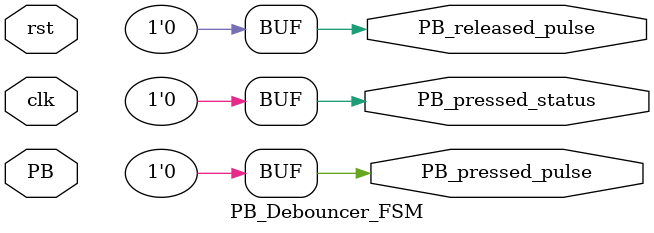
<source format=sv>
module PB_Debouncer_FSM #(parameter DELAY=15) (
    	input 	logic clk,                 // base clock
    	input 	logic rst,                 // global reset
    	input 	logic PB,                  // raw asynchronous input from mechanical PB         
    	output 	logic PB_pressed_status,   // clean and synchronized pulse for button pressed
    	output  logic PB_pressed_pulse,    // high if button is pressed
    	output  logic PB_released_pulse    // clean and synchronized pulse for button released
    );

	logic    PB_sync_aux, PB_sync;

    // Double flopping stage for synchronizing asynchronous PB input signal
    // PB_sync is the synchronized signal
    always_ff @(posedge clk) begin
        if (rst) begin
            PB_sync_aux <= 1'b0;
            PB_sync     <= 1'b0;
        end
        else begin
            PB_sync_aux <= PB;
            PB_sync     <= PB_sync_aux;
        end
    end
	
	localparam DELAY_WIDTH = $clog2(DELAY);
	
	logic [DELAY_WIDTH-1:0]    delay_timer; 
    
    enum logic[5:0] {PB_IDLE, PB_COUNT, PB_PRESSED, PB_STABLE, PB_RELEASED} state, next_state;

    //Timer keeps track of how many cycles the FSM remains in a given state
    //Automatically resets the counter "delay_timer" when changing state
    always_ff @(posedge clk) begin
        if (rst) delay_timer <= 0;
        else if (state != next_state) delay_timer <= 0; //reset the timer when state changes
        else delay_timer <= delay_timer + 1;
    end

    always_comb begin
        PB_pressed_status   = 1'b0;
        PB_pressed_pulse    = 1'b0;
        PB_released_pulse   = 1'b0;


    end

    always_comb begin
        //default assignments
        next_state          = PB_IDLE;
        
                
        case (state)
            PB_IDLE: if(PB_sync) next_state= PB_COUNT;
            PB_COUNT:       begin
                                // Verifica si el timer alcanzo el valor predeterminado para este estado
                                if ((PB_sync && (delay_timer >= DELAY-1))) begin
                                    next_state = PB_PRESSED;
                                end 
                                else if (PB_sync)
                                    next_state = PB_COUNT;
                            end
                         
             PB_PRESSED:    begin
                                PB_pressed_pulse = 1'b1;
                                if (PB_sync)
                                    next_state = PB_STABLE;
                            end
             
             PB_STABLE:     begin
                                PB_pressed_status=1'b1;
                                next_state = PB_STABLE;
                         
                                if (~PB_sync)
                                    next_state = PB_RELEASED;
                            end

              PB_RELEASED:  begin
                                PB_released_pulse = 1'b1;
                                next_state = PB_IDLE;
                            end    
         endcase
    end

    // sequential block for FSM. When clock ticks, update the state
    always@(posedge clk) begin
        if(rst) 
            state <= PB_IDLE;
        else 
            state <= next_state;
    end

endmodule
</source>
